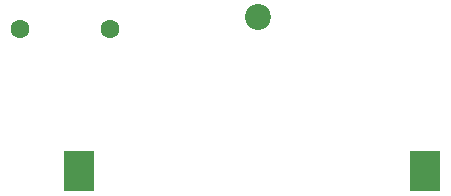
<source format=gbr>
%TF.GenerationSoftware,KiCad,Pcbnew,9.0.7*%
%TF.CreationDate,2026-02-06T18:51:04+01:00*%
%TF.ProjectId,llavero_led,6c6c6176-6572-46f5-9f6c-65642e6b6963,rev?*%
%TF.SameCoordinates,Original*%
%TF.FileFunction,Soldermask,Bot*%
%TF.FilePolarity,Negative*%
%FSLAX46Y46*%
G04 Gerber Fmt 4.6, Leading zero omitted, Abs format (unit mm)*
G04 Created by KiCad (PCBNEW 9.0.7) date 2026-02-06 18:51:04*
%MOMM*%
%LPD*%
G01*
G04 APERTURE LIST*
%ADD10C,1.600000*%
%ADD11R,2.540000X3.510000*%
%ADD12C,2.200000*%
G04 APERTURE END LIST*
D10*
%TO.C,R1*%
X133500000Y-95500000D03*
X125880000Y-95500000D03*
%TD*%
D11*
%TO.C,BT1*%
X130820000Y-107500000D03*
X160180000Y-107500000D03*
%TD*%
D12*
%TO.C,REF\u002A\u002A*%
X146000000Y-94500000D03*
%TD*%
M02*

</source>
